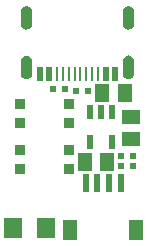
<source format=gbr>
G04 EAGLE Gerber RS-274X export*
G75*
%MOMM*%
%FSLAX34Y34*%
%LPD*%
%INSolderpaste Top*%
%IPPOS*%
%AMOC8*
5,1,8,0,0,1.08239X$1,22.5*%
G01*
%ADD10R,1.240000X1.500000*%
%ADD11R,0.900000X0.900000*%
%ADD12R,0.575000X1.150000*%
%ADD13R,0.275000X1.150000*%
%ADD14R,0.600000X0.600000*%
%ADD15R,0.500000X1.550000*%
%ADD16R,1.200000X1.800000*%
%ADD17R,0.550000X1.200000*%
%ADD18R,0.500000X0.500000*%
%ADD19R,1.500000X1.240000*%
%ADD20R,1.600000X1.800000*%

G36*
X-61861Y173731D02*
X-61861Y173731D01*
X-61861Y173732D01*
X-61860Y173732D01*
X-60786Y174107D01*
X-60786Y174108D01*
X-60785Y174108D01*
X-59822Y174713D01*
X-59822Y174714D01*
X-59821Y174714D01*
X-59017Y175518D01*
X-59017Y175519D01*
X-59016Y175519D01*
X-58411Y176482D01*
X-58411Y176483D01*
X-58410Y176483D01*
X-58035Y177557D01*
X-58035Y177558D01*
X-58034Y177558D01*
X-58033Y177573D01*
X-58032Y177578D01*
X-58032Y177583D01*
X-58031Y177588D01*
X-58030Y177593D01*
X-58030Y177598D01*
X-58029Y177603D01*
X-58029Y177608D01*
X-58026Y177633D01*
X-58025Y177638D01*
X-58025Y177643D01*
X-58024Y177648D01*
X-58024Y177653D01*
X-58023Y177658D01*
X-58023Y177663D01*
X-58022Y177668D01*
X-58019Y177693D01*
X-58019Y177698D01*
X-58018Y177703D01*
X-58018Y177708D01*
X-58017Y177713D01*
X-58016Y177717D01*
X-58016Y177718D01*
X-58016Y177722D01*
X-58016Y177723D01*
X-58015Y177727D01*
X-58013Y177752D01*
X-58012Y177757D01*
X-58011Y177762D01*
X-58011Y177767D01*
X-58010Y177772D01*
X-58010Y177777D01*
X-58009Y177782D01*
X-58009Y177787D01*
X-58006Y177812D01*
X-58005Y177817D01*
X-58005Y177822D01*
X-58004Y177827D01*
X-58004Y177832D01*
X-58003Y177837D01*
X-58002Y177842D01*
X-58002Y177847D01*
X-58000Y177867D01*
X-57999Y177872D01*
X-57999Y177876D01*
X-57999Y177877D01*
X-57998Y177881D01*
X-57998Y177882D01*
X-57997Y177886D01*
X-57997Y177891D01*
X-57996Y177896D01*
X-57996Y177901D01*
X-57995Y177906D01*
X-57993Y177926D01*
X-57992Y177931D01*
X-57992Y177936D01*
X-57991Y177941D01*
X-57991Y177946D01*
X-57990Y177951D01*
X-57990Y177956D01*
X-57989Y177961D01*
X-57988Y177966D01*
X-57986Y177986D01*
X-57986Y177991D01*
X-57985Y177996D01*
X-57985Y178001D01*
X-57984Y178006D01*
X-57983Y178011D01*
X-57983Y178016D01*
X-57982Y178021D01*
X-57982Y178026D01*
X-57980Y178045D01*
X-57979Y178050D01*
X-57978Y178055D01*
X-57978Y178060D01*
X-57977Y178065D01*
X-57977Y178070D01*
X-57976Y178075D01*
X-57976Y178080D01*
X-57975Y178085D01*
X-57973Y178105D01*
X-57972Y178110D01*
X-57972Y178115D01*
X-57971Y178120D01*
X-57971Y178125D01*
X-57970Y178130D01*
X-57969Y178135D01*
X-57969Y178140D01*
X-57968Y178145D01*
X-57966Y178165D01*
X-57966Y178170D01*
X-57965Y178175D01*
X-57964Y178180D01*
X-57964Y178185D01*
X-57963Y178190D01*
X-57963Y178194D01*
X-57963Y178195D01*
X-57962Y178199D01*
X-57962Y178200D01*
X-57962Y178204D01*
X-57959Y178224D01*
X-57959Y178229D01*
X-57958Y178234D01*
X-57958Y178239D01*
X-57957Y178244D01*
X-57957Y178249D01*
X-57956Y178254D01*
X-57955Y178259D01*
X-57955Y178264D01*
X-57953Y178284D01*
X-57952Y178289D01*
X-57952Y178294D01*
X-57951Y178299D01*
X-57950Y178304D01*
X-57950Y178309D01*
X-57949Y178314D01*
X-57949Y178319D01*
X-57948Y178324D01*
X-57946Y178344D01*
X-57945Y178349D01*
X-57945Y178353D01*
X-57945Y178354D01*
X-57944Y178358D01*
X-57944Y178359D01*
X-57944Y178363D01*
X-57943Y178368D01*
X-57943Y178373D01*
X-57942Y178378D01*
X-57941Y178383D01*
X-57939Y178403D01*
X-57939Y178408D01*
X-57938Y178413D01*
X-57938Y178418D01*
X-57937Y178423D01*
X-57936Y178428D01*
X-57936Y178433D01*
X-57935Y178438D01*
X-57935Y178443D01*
X-57933Y178463D01*
X-57932Y178463D01*
X-57932Y178468D01*
X-57931Y178473D01*
X-57931Y178478D01*
X-57930Y178483D01*
X-57930Y178488D01*
X-57929Y178493D01*
X-57929Y178498D01*
X-57928Y178503D01*
X-57926Y178522D01*
X-57925Y178527D01*
X-57925Y178532D01*
X-57924Y178537D01*
X-57924Y178542D01*
X-57923Y178547D01*
X-57922Y178552D01*
X-57922Y178557D01*
X-57919Y178582D01*
X-57919Y178587D01*
X-57918Y178587D01*
X-57919Y178587D01*
X-57918Y178592D01*
X-57917Y178597D01*
X-57917Y178602D01*
X-57916Y178607D01*
X-57916Y178612D01*
X-57915Y178617D01*
X-57912Y178642D01*
X-57912Y178647D01*
X-57911Y178652D01*
X-57911Y178657D01*
X-57910Y178662D01*
X-57910Y178667D01*
X-57909Y178671D01*
X-57909Y178672D01*
X-57908Y178676D01*
X-57908Y178677D01*
X-57907Y178688D01*
X-57907Y178689D01*
X-57907Y188341D01*
X-57907Y188342D01*
X-58034Y189472D01*
X-58035Y189472D01*
X-58035Y189473D01*
X-58410Y190547D01*
X-58411Y190547D01*
X-58411Y190548D01*
X-59016Y191511D01*
X-59017Y191511D01*
X-59017Y191512D01*
X-59821Y192316D01*
X-59822Y192316D01*
X-59822Y192317D01*
X-60785Y192922D01*
X-60786Y192922D01*
X-60786Y192923D01*
X-61860Y193298D01*
X-61861Y193298D01*
X-61861Y193299D01*
X-62991Y193426D01*
X-62992Y193426D01*
X-62993Y193426D01*
X-63227Y193400D01*
X-63580Y193360D01*
X-63932Y193320D01*
X-63933Y193320D01*
X-64066Y193305D01*
X-64067Y193304D01*
X-64068Y193305D01*
X-65088Y192948D01*
X-65088Y192947D01*
X-65089Y192947D01*
X-66004Y192372D01*
X-66005Y192372D01*
X-66769Y191608D01*
X-66769Y191607D01*
X-67344Y190692D01*
X-67344Y190691D01*
X-67345Y190691D01*
X-67702Y189671D01*
X-67701Y189670D01*
X-67702Y189669D01*
X-67703Y189664D01*
X-67703Y189659D01*
X-67704Y189654D01*
X-67706Y189634D01*
X-67707Y189629D01*
X-67707Y189624D01*
X-67708Y189619D01*
X-67708Y189614D01*
X-67709Y189609D01*
X-67709Y189604D01*
X-67710Y189599D01*
X-67713Y189574D01*
X-67713Y189569D01*
X-67714Y189564D01*
X-67714Y189559D01*
X-67715Y189554D01*
X-67715Y189549D01*
X-67716Y189549D01*
X-67715Y189549D01*
X-67716Y189544D01*
X-67717Y189539D01*
X-67719Y189515D01*
X-67720Y189510D01*
X-67721Y189505D01*
X-67721Y189500D01*
X-67722Y189495D01*
X-67722Y189490D01*
X-67723Y189485D01*
X-67723Y189480D01*
X-67726Y189460D01*
X-67726Y189455D01*
X-67727Y189450D01*
X-67727Y189445D01*
X-67728Y189440D01*
X-67728Y189435D01*
X-67729Y189430D01*
X-67729Y189425D01*
X-67730Y189425D01*
X-67729Y189425D01*
X-67730Y189420D01*
X-67732Y189400D01*
X-67733Y189395D01*
X-67733Y189390D01*
X-67734Y189385D01*
X-67735Y189380D01*
X-67735Y189375D01*
X-67736Y189371D01*
X-67736Y189370D01*
X-67736Y189366D01*
X-67736Y189365D01*
X-67737Y189361D01*
X-67739Y189341D01*
X-67740Y189336D01*
X-67740Y189331D01*
X-67741Y189326D01*
X-67741Y189321D01*
X-67742Y189316D01*
X-67742Y189311D01*
X-67743Y189306D01*
X-67743Y189301D01*
X-67744Y189301D01*
X-67743Y189301D01*
X-67746Y189281D01*
X-67746Y189276D01*
X-67747Y189271D01*
X-67747Y189266D01*
X-67748Y189261D01*
X-67749Y189256D01*
X-67749Y189251D01*
X-67750Y189246D01*
X-67752Y189221D01*
X-67753Y189216D01*
X-67754Y189212D01*
X-67754Y189211D01*
X-67754Y189207D01*
X-67754Y189206D01*
X-67755Y189202D01*
X-67755Y189197D01*
X-67756Y189192D01*
X-67756Y189187D01*
X-67759Y189162D01*
X-67760Y189157D01*
X-67760Y189152D01*
X-67761Y189147D01*
X-67761Y189142D01*
X-67762Y189137D01*
X-67763Y189132D01*
X-67763Y189127D01*
X-67765Y189107D01*
X-67766Y189102D01*
X-67766Y189097D01*
X-67767Y189092D01*
X-67768Y189087D01*
X-67768Y189082D01*
X-67769Y189077D01*
X-67769Y189072D01*
X-67770Y189067D01*
X-67772Y189048D01*
X-67772Y189047D01*
X-67773Y189043D01*
X-67773Y189038D01*
X-67774Y189033D01*
X-67774Y189028D01*
X-67775Y189023D01*
X-67775Y189018D01*
X-67776Y189013D01*
X-67777Y189008D01*
X-67779Y188988D01*
X-67779Y188983D01*
X-67780Y188978D01*
X-67780Y188973D01*
X-67781Y188968D01*
X-67782Y188963D01*
X-67782Y188958D01*
X-67783Y188953D01*
X-67783Y188948D01*
X-67785Y188928D01*
X-67786Y188923D01*
X-67787Y188918D01*
X-67787Y188913D01*
X-67788Y188908D01*
X-67788Y188903D01*
X-67789Y188898D01*
X-67789Y188894D01*
X-67789Y188893D01*
X-67792Y188869D01*
X-67793Y188864D01*
X-67793Y188859D01*
X-67794Y188854D01*
X-67794Y188849D01*
X-67795Y188844D01*
X-67796Y188839D01*
X-67796Y188834D01*
X-67799Y188809D01*
X-67799Y188804D01*
X-67800Y188799D01*
X-67801Y188794D01*
X-67801Y188789D01*
X-67802Y188784D01*
X-67802Y188779D01*
X-67803Y188774D01*
X-67805Y188754D01*
X-67806Y188749D01*
X-67806Y188744D01*
X-67807Y188739D01*
X-67807Y188735D01*
X-67807Y188734D01*
X-67808Y188730D01*
X-67808Y188729D01*
X-67808Y188725D01*
X-67809Y188720D01*
X-67810Y188715D01*
X-67812Y188695D01*
X-67812Y188690D01*
X-67813Y188685D01*
X-67813Y188680D01*
X-67814Y188675D01*
X-67815Y188670D01*
X-67815Y188665D01*
X-67816Y188660D01*
X-67816Y188655D01*
X-67818Y188635D01*
X-67819Y188635D01*
X-67819Y188630D01*
X-67820Y188625D01*
X-67820Y188620D01*
X-67821Y188615D01*
X-67821Y188610D01*
X-67822Y188605D01*
X-67822Y188600D01*
X-67823Y188596D01*
X-67823Y188595D01*
X-67823Y178435D01*
X-67823Y178434D01*
X-67702Y177361D01*
X-67701Y177360D01*
X-67702Y177359D01*
X-67345Y176339D01*
X-67344Y176339D01*
X-67344Y176338D01*
X-66769Y175423D01*
X-66005Y174658D01*
X-66004Y174658D01*
X-65089Y174083D01*
X-65088Y174083D01*
X-65088Y174082D01*
X-64068Y173725D01*
X-64067Y173726D01*
X-64066Y173725D01*
X-62993Y173604D01*
X-62992Y173605D01*
X-62991Y173604D01*
X-61861Y173731D01*
G37*
G36*
X-61861Y131821D02*
X-61861Y131821D01*
X-61861Y131822D01*
X-61860Y131822D01*
X-60786Y132197D01*
X-60786Y132198D01*
X-60785Y132198D01*
X-59822Y132803D01*
X-59822Y132804D01*
X-59821Y132804D01*
X-59017Y133608D01*
X-59017Y133609D01*
X-59016Y133609D01*
X-58411Y134572D01*
X-58411Y134573D01*
X-58410Y134573D01*
X-58035Y135647D01*
X-58035Y135648D01*
X-58034Y135648D01*
X-58033Y135663D01*
X-58032Y135668D01*
X-58032Y135673D01*
X-58031Y135678D01*
X-58030Y135683D01*
X-58030Y135688D01*
X-58029Y135693D01*
X-58029Y135698D01*
X-58026Y135723D01*
X-58025Y135728D01*
X-58025Y135733D01*
X-58024Y135738D01*
X-58024Y135743D01*
X-58023Y135748D01*
X-58023Y135753D01*
X-58022Y135758D01*
X-58019Y135783D01*
X-58019Y135788D01*
X-58018Y135793D01*
X-58018Y135798D01*
X-58017Y135803D01*
X-58016Y135807D01*
X-58016Y135808D01*
X-58016Y135812D01*
X-58016Y135813D01*
X-58015Y135817D01*
X-58013Y135842D01*
X-58012Y135847D01*
X-58011Y135852D01*
X-58011Y135857D01*
X-58010Y135862D01*
X-58010Y135867D01*
X-58009Y135872D01*
X-58009Y135877D01*
X-58006Y135902D01*
X-58005Y135907D01*
X-58005Y135912D01*
X-58004Y135917D01*
X-58004Y135922D01*
X-58003Y135927D01*
X-58002Y135932D01*
X-58002Y135937D01*
X-58000Y135957D01*
X-57999Y135962D01*
X-57999Y135966D01*
X-57999Y135967D01*
X-57998Y135971D01*
X-57998Y135972D01*
X-57997Y135976D01*
X-57997Y135981D01*
X-57996Y135986D01*
X-57996Y135991D01*
X-57995Y135996D01*
X-57993Y136016D01*
X-57992Y136021D01*
X-57992Y136026D01*
X-57991Y136031D01*
X-57991Y136036D01*
X-57990Y136041D01*
X-57990Y136046D01*
X-57989Y136051D01*
X-57988Y136056D01*
X-57986Y136076D01*
X-57986Y136081D01*
X-57985Y136086D01*
X-57985Y136091D01*
X-57984Y136096D01*
X-57983Y136101D01*
X-57983Y136106D01*
X-57982Y136111D01*
X-57982Y136116D01*
X-57980Y136135D01*
X-57979Y136140D01*
X-57978Y136145D01*
X-57978Y136150D01*
X-57977Y136155D01*
X-57977Y136160D01*
X-57976Y136165D01*
X-57976Y136170D01*
X-57975Y136175D01*
X-57973Y136195D01*
X-57972Y136200D01*
X-57972Y136205D01*
X-57971Y136210D01*
X-57971Y136215D01*
X-57970Y136220D01*
X-57969Y136225D01*
X-57969Y136230D01*
X-57968Y136235D01*
X-57966Y136255D01*
X-57966Y136260D01*
X-57965Y136265D01*
X-57964Y136270D01*
X-57964Y136275D01*
X-57963Y136280D01*
X-57963Y136284D01*
X-57963Y136285D01*
X-57962Y136289D01*
X-57962Y136290D01*
X-57962Y136294D01*
X-57959Y136314D01*
X-57959Y136319D01*
X-57958Y136324D01*
X-57958Y136329D01*
X-57957Y136334D01*
X-57957Y136339D01*
X-57956Y136344D01*
X-57955Y136349D01*
X-57955Y136354D01*
X-57953Y136374D01*
X-57952Y136379D01*
X-57952Y136384D01*
X-57951Y136389D01*
X-57950Y136394D01*
X-57950Y136399D01*
X-57949Y136404D01*
X-57949Y136409D01*
X-57948Y136414D01*
X-57946Y136434D01*
X-57945Y136439D01*
X-57945Y136443D01*
X-57945Y136444D01*
X-57944Y136448D01*
X-57944Y136449D01*
X-57944Y136453D01*
X-57943Y136458D01*
X-57943Y136463D01*
X-57942Y136468D01*
X-57941Y136473D01*
X-57939Y136493D01*
X-57939Y136498D01*
X-57938Y136503D01*
X-57938Y136508D01*
X-57937Y136513D01*
X-57936Y136518D01*
X-57936Y136523D01*
X-57935Y136528D01*
X-57935Y136533D01*
X-57933Y136553D01*
X-57932Y136553D01*
X-57932Y136558D01*
X-57931Y136563D01*
X-57931Y136568D01*
X-57930Y136573D01*
X-57930Y136578D01*
X-57929Y136583D01*
X-57929Y136588D01*
X-57928Y136593D01*
X-57926Y136612D01*
X-57925Y136617D01*
X-57925Y136622D01*
X-57924Y136627D01*
X-57924Y136632D01*
X-57923Y136637D01*
X-57922Y136642D01*
X-57922Y136647D01*
X-57919Y136672D01*
X-57919Y136677D01*
X-57918Y136677D01*
X-57919Y136677D01*
X-57918Y136682D01*
X-57917Y136687D01*
X-57917Y136692D01*
X-57916Y136697D01*
X-57916Y136702D01*
X-57915Y136707D01*
X-57912Y136732D01*
X-57912Y136737D01*
X-57911Y136742D01*
X-57911Y136747D01*
X-57910Y136752D01*
X-57910Y136757D01*
X-57909Y136761D01*
X-57909Y136762D01*
X-57908Y136766D01*
X-57908Y136767D01*
X-57907Y136778D01*
X-57907Y136779D01*
X-57907Y146431D01*
X-57907Y146432D01*
X-58034Y147562D01*
X-58035Y147562D01*
X-58035Y147563D01*
X-58410Y148637D01*
X-58411Y148637D01*
X-58411Y148638D01*
X-59016Y149601D01*
X-59017Y149601D01*
X-59017Y149602D01*
X-59821Y150406D01*
X-59822Y150406D01*
X-59822Y150407D01*
X-60785Y151012D01*
X-60786Y151012D01*
X-60786Y151013D01*
X-61860Y151388D01*
X-61861Y151388D01*
X-61861Y151389D01*
X-62991Y151516D01*
X-62992Y151516D01*
X-62993Y151516D01*
X-63227Y151490D01*
X-63580Y151450D01*
X-63932Y151410D01*
X-63933Y151410D01*
X-64066Y151395D01*
X-64067Y151394D01*
X-64068Y151395D01*
X-65088Y151038D01*
X-65088Y151037D01*
X-65089Y151037D01*
X-66004Y150462D01*
X-66005Y150462D01*
X-66769Y149698D01*
X-66769Y149697D01*
X-67344Y148782D01*
X-67344Y148781D01*
X-67345Y148781D01*
X-67702Y147761D01*
X-67701Y147760D01*
X-67702Y147759D01*
X-67703Y147754D01*
X-67703Y147749D01*
X-67704Y147744D01*
X-67706Y147724D01*
X-67707Y147719D01*
X-67707Y147714D01*
X-67708Y147709D01*
X-67708Y147704D01*
X-67709Y147699D01*
X-67709Y147694D01*
X-67710Y147689D01*
X-67713Y147664D01*
X-67713Y147659D01*
X-67714Y147654D01*
X-67714Y147649D01*
X-67715Y147644D01*
X-67715Y147639D01*
X-67716Y147639D01*
X-67715Y147639D01*
X-67716Y147634D01*
X-67717Y147629D01*
X-67719Y147605D01*
X-67720Y147600D01*
X-67721Y147595D01*
X-67721Y147590D01*
X-67722Y147585D01*
X-67722Y147580D01*
X-67723Y147575D01*
X-67723Y147570D01*
X-67726Y147550D01*
X-67726Y147545D01*
X-67727Y147540D01*
X-67727Y147535D01*
X-67728Y147530D01*
X-67728Y147525D01*
X-67729Y147520D01*
X-67729Y147515D01*
X-67730Y147515D01*
X-67729Y147515D01*
X-67730Y147510D01*
X-67732Y147490D01*
X-67733Y147485D01*
X-67733Y147480D01*
X-67734Y147475D01*
X-67735Y147470D01*
X-67735Y147465D01*
X-67736Y147461D01*
X-67736Y147460D01*
X-67736Y147456D01*
X-67736Y147455D01*
X-67737Y147451D01*
X-67739Y147431D01*
X-67740Y147426D01*
X-67740Y147421D01*
X-67741Y147416D01*
X-67741Y147411D01*
X-67742Y147406D01*
X-67742Y147401D01*
X-67743Y147396D01*
X-67743Y147391D01*
X-67744Y147391D01*
X-67743Y147391D01*
X-67746Y147371D01*
X-67746Y147366D01*
X-67747Y147361D01*
X-67747Y147356D01*
X-67748Y147351D01*
X-67749Y147346D01*
X-67749Y147341D01*
X-67750Y147336D01*
X-67752Y147311D01*
X-67753Y147306D01*
X-67754Y147302D01*
X-67754Y147301D01*
X-67754Y147297D01*
X-67754Y147296D01*
X-67755Y147292D01*
X-67755Y147287D01*
X-67756Y147282D01*
X-67756Y147277D01*
X-67759Y147252D01*
X-67760Y147247D01*
X-67760Y147242D01*
X-67761Y147237D01*
X-67761Y147232D01*
X-67762Y147227D01*
X-67763Y147222D01*
X-67763Y147217D01*
X-67765Y147197D01*
X-67766Y147192D01*
X-67766Y147187D01*
X-67767Y147182D01*
X-67768Y147177D01*
X-67768Y147172D01*
X-67769Y147167D01*
X-67769Y147162D01*
X-67770Y147157D01*
X-67772Y147138D01*
X-67772Y147137D01*
X-67773Y147133D01*
X-67773Y147128D01*
X-67774Y147123D01*
X-67774Y147118D01*
X-67775Y147113D01*
X-67775Y147108D01*
X-67776Y147103D01*
X-67777Y147098D01*
X-67779Y147078D01*
X-67779Y147073D01*
X-67780Y147068D01*
X-67780Y147063D01*
X-67781Y147058D01*
X-67782Y147053D01*
X-67782Y147048D01*
X-67783Y147043D01*
X-67783Y147038D01*
X-67785Y147018D01*
X-67786Y147013D01*
X-67787Y147008D01*
X-67787Y147003D01*
X-67788Y146998D01*
X-67788Y146993D01*
X-67789Y146988D01*
X-67789Y146984D01*
X-67789Y146983D01*
X-67792Y146959D01*
X-67793Y146954D01*
X-67793Y146949D01*
X-67794Y146944D01*
X-67794Y146939D01*
X-67795Y146934D01*
X-67796Y146929D01*
X-67796Y146924D01*
X-67799Y146899D01*
X-67799Y146894D01*
X-67800Y146889D01*
X-67801Y146884D01*
X-67801Y146879D01*
X-67802Y146874D01*
X-67802Y146869D01*
X-67803Y146864D01*
X-67805Y146844D01*
X-67806Y146839D01*
X-67806Y146834D01*
X-67807Y146829D01*
X-67807Y146825D01*
X-67807Y146824D01*
X-67808Y146820D01*
X-67808Y146819D01*
X-67808Y146815D01*
X-67809Y146810D01*
X-67810Y146805D01*
X-67812Y146785D01*
X-67812Y146780D01*
X-67813Y146775D01*
X-67813Y146770D01*
X-67814Y146765D01*
X-67815Y146760D01*
X-67815Y146755D01*
X-67816Y146750D01*
X-67816Y146745D01*
X-67818Y146725D01*
X-67819Y146725D01*
X-67819Y146720D01*
X-67820Y146715D01*
X-67820Y146710D01*
X-67821Y146705D01*
X-67821Y146700D01*
X-67822Y146695D01*
X-67822Y146690D01*
X-67823Y146686D01*
X-67823Y146685D01*
X-67823Y136525D01*
X-67823Y136524D01*
X-67702Y135451D01*
X-67701Y135450D01*
X-67702Y135449D01*
X-67345Y134429D01*
X-67344Y134429D01*
X-67344Y134428D01*
X-66769Y133513D01*
X-66005Y132748D01*
X-66004Y132748D01*
X-65089Y132173D01*
X-65088Y132173D01*
X-65088Y132172D01*
X-64068Y131815D01*
X-64067Y131816D01*
X-64066Y131815D01*
X-62993Y131694D01*
X-62992Y131695D01*
X-62991Y131694D01*
X-61861Y131821D01*
G37*
G36*
X24499Y173731D02*
X24499Y173731D01*
X24499Y173732D01*
X24500Y173732D01*
X25574Y174107D01*
X25574Y174108D01*
X25575Y174108D01*
X26538Y174713D01*
X26538Y174714D01*
X26539Y174714D01*
X27343Y175518D01*
X27343Y175519D01*
X27344Y175519D01*
X27949Y176482D01*
X27949Y176483D01*
X27950Y176483D01*
X28325Y177557D01*
X28325Y177558D01*
X28326Y177558D01*
X28327Y177573D01*
X28328Y177578D01*
X28328Y177583D01*
X28329Y177588D01*
X28330Y177593D01*
X28330Y177598D01*
X28331Y177603D01*
X28331Y177608D01*
X28334Y177633D01*
X28335Y177638D01*
X28335Y177643D01*
X28336Y177648D01*
X28336Y177653D01*
X28337Y177658D01*
X28337Y177663D01*
X28338Y177668D01*
X28341Y177693D01*
X28341Y177698D01*
X28342Y177703D01*
X28342Y177708D01*
X28343Y177713D01*
X28344Y177717D01*
X28344Y177718D01*
X28344Y177722D01*
X28344Y177723D01*
X28345Y177727D01*
X28347Y177752D01*
X28348Y177757D01*
X28349Y177762D01*
X28349Y177767D01*
X28350Y177772D01*
X28350Y177777D01*
X28351Y177782D01*
X28351Y177787D01*
X28354Y177812D01*
X28355Y177817D01*
X28355Y177822D01*
X28356Y177827D01*
X28356Y177832D01*
X28357Y177837D01*
X28358Y177842D01*
X28358Y177847D01*
X28360Y177867D01*
X28361Y177872D01*
X28361Y177876D01*
X28361Y177877D01*
X28362Y177881D01*
X28362Y177882D01*
X28363Y177886D01*
X28363Y177891D01*
X28364Y177896D01*
X28364Y177901D01*
X28365Y177906D01*
X28367Y177926D01*
X28368Y177931D01*
X28368Y177936D01*
X28369Y177941D01*
X28369Y177946D01*
X28370Y177951D01*
X28370Y177956D01*
X28371Y177961D01*
X28372Y177966D01*
X28374Y177986D01*
X28374Y177991D01*
X28375Y177996D01*
X28375Y178001D01*
X28376Y178006D01*
X28377Y178011D01*
X28377Y178016D01*
X28378Y178021D01*
X28378Y178026D01*
X28380Y178045D01*
X28381Y178045D01*
X28381Y178050D01*
X28382Y178055D01*
X28382Y178060D01*
X28383Y178065D01*
X28383Y178070D01*
X28384Y178075D01*
X28384Y178080D01*
X28385Y178085D01*
X28387Y178105D01*
X28388Y178110D01*
X28388Y178115D01*
X28389Y178120D01*
X28389Y178125D01*
X28390Y178130D01*
X28391Y178135D01*
X28391Y178140D01*
X28392Y178145D01*
X28394Y178165D01*
X28394Y178170D01*
X28395Y178170D01*
X28394Y178170D01*
X28395Y178175D01*
X28396Y178180D01*
X28396Y178185D01*
X28397Y178190D01*
X28397Y178194D01*
X28397Y178195D01*
X28398Y178199D01*
X28398Y178200D01*
X28398Y178204D01*
X28401Y178224D01*
X28401Y178229D01*
X28402Y178234D01*
X28402Y178239D01*
X28403Y178244D01*
X28403Y178249D01*
X28404Y178254D01*
X28405Y178259D01*
X28405Y178264D01*
X28407Y178284D01*
X28408Y178289D01*
X28408Y178294D01*
X28409Y178294D01*
X28408Y178294D01*
X28409Y178299D01*
X28410Y178304D01*
X28410Y178309D01*
X28411Y178314D01*
X28411Y178319D01*
X28412Y178324D01*
X28414Y178344D01*
X28415Y178349D01*
X28415Y178353D01*
X28415Y178354D01*
X28416Y178358D01*
X28416Y178359D01*
X28416Y178363D01*
X28417Y178368D01*
X28417Y178373D01*
X28418Y178378D01*
X28419Y178383D01*
X28421Y178403D01*
X28421Y178408D01*
X28422Y178413D01*
X28422Y178418D01*
X28423Y178418D01*
X28422Y178418D01*
X28423Y178423D01*
X28424Y178428D01*
X28424Y178433D01*
X28425Y178438D01*
X28425Y178443D01*
X28428Y178463D01*
X28428Y178468D01*
X28429Y178473D01*
X28429Y178478D01*
X28430Y178483D01*
X28430Y178488D01*
X28431Y178493D01*
X28431Y178498D01*
X28432Y178503D01*
X28434Y178522D01*
X28435Y178527D01*
X28435Y178532D01*
X28436Y178537D01*
X28436Y178542D01*
X28437Y178542D01*
X28436Y178542D01*
X28437Y178547D01*
X28438Y178552D01*
X28438Y178557D01*
X28441Y178582D01*
X28442Y178587D01*
X28442Y178592D01*
X28443Y178597D01*
X28443Y178602D01*
X28444Y178607D01*
X28444Y178612D01*
X28445Y178617D01*
X28448Y178642D01*
X28448Y178647D01*
X28449Y178652D01*
X28449Y178657D01*
X28450Y178662D01*
X28450Y178667D01*
X28451Y178667D01*
X28450Y178667D01*
X28451Y178671D01*
X28451Y178672D01*
X28452Y178676D01*
X28452Y178677D01*
X28453Y178688D01*
X28453Y178689D01*
X28453Y188341D01*
X28453Y188342D01*
X28326Y189472D01*
X28325Y189472D01*
X28325Y189473D01*
X27950Y190547D01*
X27949Y190547D01*
X27949Y190548D01*
X27344Y191511D01*
X27343Y191511D01*
X27343Y191512D01*
X26539Y192316D01*
X26538Y192316D01*
X26538Y192317D01*
X25575Y192922D01*
X25574Y192922D01*
X25574Y192923D01*
X24500Y193298D01*
X24499Y193298D01*
X24499Y193299D01*
X23369Y193426D01*
X23368Y193426D01*
X23367Y193426D01*
X23133Y193400D01*
X22780Y193360D01*
X22428Y193320D01*
X22294Y193305D01*
X22293Y193304D01*
X22292Y193305D01*
X21272Y192948D01*
X21272Y192947D01*
X21271Y192947D01*
X20356Y192372D01*
X19591Y191608D01*
X19591Y191607D01*
X19016Y190692D01*
X19016Y190691D01*
X19015Y190691D01*
X18658Y189671D01*
X18659Y189670D01*
X18658Y189669D01*
X18657Y189664D01*
X18657Y189659D01*
X18656Y189654D01*
X18654Y189634D01*
X18654Y189629D01*
X18653Y189629D01*
X18654Y189629D01*
X18653Y189624D01*
X18652Y189619D01*
X18652Y189614D01*
X18651Y189609D01*
X18651Y189604D01*
X18650Y189599D01*
X18647Y189574D01*
X18647Y189569D01*
X18646Y189564D01*
X18646Y189559D01*
X18645Y189554D01*
X18645Y189549D01*
X18644Y189544D01*
X18643Y189539D01*
X18641Y189515D01*
X18640Y189510D01*
X18640Y189505D01*
X18639Y189505D01*
X18640Y189505D01*
X18639Y189500D01*
X18638Y189495D01*
X18638Y189490D01*
X18637Y189485D01*
X18637Y189480D01*
X18634Y189460D01*
X18634Y189455D01*
X18633Y189450D01*
X18633Y189445D01*
X18632Y189440D01*
X18632Y189435D01*
X18631Y189430D01*
X18631Y189425D01*
X18630Y189420D01*
X18628Y189400D01*
X18627Y189395D01*
X18627Y189390D01*
X18626Y189385D01*
X18626Y189380D01*
X18625Y189380D01*
X18626Y189380D01*
X18625Y189375D01*
X18624Y189371D01*
X18624Y189370D01*
X18624Y189366D01*
X18624Y189365D01*
X18623Y189361D01*
X18621Y189341D01*
X18620Y189336D01*
X18620Y189331D01*
X18619Y189326D01*
X18619Y189321D01*
X18618Y189316D01*
X18618Y189311D01*
X18617Y189306D01*
X18617Y189301D01*
X18614Y189281D01*
X18614Y189276D01*
X18613Y189271D01*
X18613Y189266D01*
X18612Y189261D01*
X18612Y189256D01*
X18611Y189256D01*
X18612Y189256D01*
X18611Y189251D01*
X18610Y189246D01*
X18608Y189221D01*
X18607Y189216D01*
X18606Y189212D01*
X18606Y189211D01*
X18606Y189207D01*
X18606Y189206D01*
X18605Y189202D01*
X18605Y189197D01*
X18604Y189192D01*
X18604Y189187D01*
X18601Y189162D01*
X18600Y189157D01*
X18600Y189152D01*
X18599Y189147D01*
X18599Y189142D01*
X18598Y189137D01*
X18598Y189132D01*
X18597Y189132D01*
X18598Y189132D01*
X18597Y189127D01*
X18595Y189107D01*
X18594Y189102D01*
X18594Y189097D01*
X18593Y189092D01*
X18592Y189087D01*
X18592Y189082D01*
X18591Y189077D01*
X18591Y189072D01*
X18590Y189067D01*
X18588Y189048D01*
X18588Y189047D01*
X18587Y189043D01*
X18587Y189038D01*
X18586Y189033D01*
X18586Y189028D01*
X18585Y189023D01*
X18585Y189018D01*
X18584Y189013D01*
X18584Y189008D01*
X18583Y189008D01*
X18584Y189008D01*
X18581Y188988D01*
X18581Y188983D01*
X18580Y188978D01*
X18580Y188973D01*
X18579Y188968D01*
X18578Y188963D01*
X18578Y188958D01*
X18577Y188953D01*
X18577Y188948D01*
X18575Y188928D01*
X18574Y188923D01*
X18573Y188918D01*
X18573Y188913D01*
X18572Y188908D01*
X18572Y188903D01*
X18571Y188898D01*
X18571Y188894D01*
X18571Y188893D01*
X18568Y188869D01*
X18567Y188864D01*
X18567Y188859D01*
X18566Y188854D01*
X18566Y188849D01*
X18565Y188844D01*
X18564Y188839D01*
X18564Y188834D01*
X18561Y188809D01*
X18561Y188804D01*
X18560Y188799D01*
X18559Y188794D01*
X18559Y188789D01*
X18558Y188784D01*
X18558Y188779D01*
X18557Y188774D01*
X18555Y188754D01*
X18554Y188749D01*
X18554Y188744D01*
X18553Y188739D01*
X18553Y188735D01*
X18553Y188734D01*
X18552Y188730D01*
X18552Y188729D01*
X18552Y188725D01*
X18551Y188720D01*
X18550Y188715D01*
X18548Y188695D01*
X18548Y188690D01*
X18547Y188685D01*
X18547Y188680D01*
X18546Y188675D01*
X18545Y188670D01*
X18545Y188665D01*
X18544Y188660D01*
X18544Y188655D01*
X18542Y188635D01*
X18541Y188630D01*
X18540Y188625D01*
X18540Y188620D01*
X18539Y188615D01*
X18539Y188610D01*
X18538Y188605D01*
X18538Y188600D01*
X18537Y188596D01*
X18537Y188595D01*
X18537Y178435D01*
X18537Y178434D01*
X18658Y177361D01*
X18659Y177360D01*
X18658Y177359D01*
X19015Y176339D01*
X19016Y176339D01*
X19016Y176338D01*
X19591Y175423D01*
X20356Y174658D01*
X21271Y174083D01*
X21272Y174083D01*
X21272Y174082D01*
X22292Y173725D01*
X22293Y173726D01*
X22294Y173725D01*
X23367Y173604D01*
X23368Y173605D01*
X23369Y173604D01*
X24499Y173731D01*
G37*
G36*
X24626Y131948D02*
X24626Y131948D01*
X24626Y131949D01*
X24627Y131949D01*
X25701Y132324D01*
X25701Y132325D01*
X25702Y132325D01*
X26665Y132930D01*
X26665Y132931D01*
X26666Y132931D01*
X27470Y133735D01*
X27470Y133736D01*
X27471Y133736D01*
X28076Y134699D01*
X28076Y134700D01*
X28077Y134700D01*
X28452Y135774D01*
X28452Y135775D01*
X28453Y135775D01*
X28454Y135790D01*
X28455Y135795D01*
X28455Y135800D01*
X28456Y135805D01*
X28457Y135810D01*
X28457Y135815D01*
X28458Y135820D01*
X28458Y135825D01*
X28461Y135850D01*
X28462Y135855D01*
X28462Y135860D01*
X28463Y135865D01*
X28463Y135870D01*
X28464Y135875D01*
X28464Y135880D01*
X28465Y135885D01*
X28468Y135910D01*
X28468Y135915D01*
X28469Y135920D01*
X28469Y135925D01*
X28470Y135930D01*
X28471Y135934D01*
X28471Y135935D01*
X28471Y135939D01*
X28471Y135940D01*
X28472Y135944D01*
X28474Y135969D01*
X28475Y135974D01*
X28476Y135979D01*
X28476Y135984D01*
X28477Y135989D01*
X28477Y135994D01*
X28478Y135999D01*
X28478Y136004D01*
X28481Y136029D01*
X28482Y136034D01*
X28482Y136039D01*
X28483Y136044D01*
X28483Y136049D01*
X28484Y136054D01*
X28485Y136059D01*
X28485Y136064D01*
X28487Y136084D01*
X28488Y136089D01*
X28488Y136093D01*
X28488Y136094D01*
X28489Y136098D01*
X28489Y136099D01*
X28490Y136103D01*
X28490Y136108D01*
X28491Y136113D01*
X28491Y136118D01*
X28492Y136123D01*
X28494Y136143D01*
X28495Y136148D01*
X28495Y136153D01*
X28496Y136158D01*
X28496Y136163D01*
X28497Y136168D01*
X28497Y136173D01*
X28498Y136178D01*
X28499Y136183D01*
X28501Y136203D01*
X28501Y136208D01*
X28502Y136213D01*
X28502Y136218D01*
X28503Y136223D01*
X28504Y136228D01*
X28504Y136233D01*
X28505Y136238D01*
X28505Y136243D01*
X28507Y136262D01*
X28508Y136262D01*
X28508Y136267D01*
X28509Y136272D01*
X28509Y136277D01*
X28510Y136282D01*
X28510Y136287D01*
X28511Y136292D01*
X28511Y136297D01*
X28512Y136302D01*
X28514Y136322D01*
X28515Y136327D01*
X28515Y136332D01*
X28516Y136337D01*
X28516Y136342D01*
X28517Y136347D01*
X28518Y136352D01*
X28518Y136357D01*
X28519Y136362D01*
X28521Y136382D01*
X28521Y136387D01*
X28522Y136387D01*
X28521Y136387D01*
X28522Y136392D01*
X28523Y136397D01*
X28523Y136402D01*
X28524Y136407D01*
X28524Y136411D01*
X28524Y136412D01*
X28525Y136416D01*
X28525Y136417D01*
X28525Y136421D01*
X28528Y136441D01*
X28528Y136446D01*
X28529Y136451D01*
X28529Y136456D01*
X28530Y136461D01*
X28530Y136466D01*
X28531Y136471D01*
X28532Y136476D01*
X28532Y136481D01*
X28534Y136501D01*
X28535Y136506D01*
X28535Y136511D01*
X28536Y136511D01*
X28535Y136511D01*
X28536Y136516D01*
X28537Y136521D01*
X28537Y136526D01*
X28538Y136531D01*
X28538Y136536D01*
X28539Y136541D01*
X28541Y136561D01*
X28542Y136566D01*
X28542Y136570D01*
X28542Y136571D01*
X28543Y136575D01*
X28543Y136576D01*
X28543Y136580D01*
X28544Y136585D01*
X28544Y136590D01*
X28545Y136595D01*
X28546Y136600D01*
X28548Y136620D01*
X28548Y136625D01*
X28549Y136630D01*
X28549Y136635D01*
X28550Y136635D01*
X28549Y136635D01*
X28550Y136640D01*
X28551Y136645D01*
X28551Y136650D01*
X28552Y136655D01*
X28552Y136660D01*
X28555Y136680D01*
X28555Y136685D01*
X28556Y136690D01*
X28556Y136695D01*
X28557Y136700D01*
X28557Y136705D01*
X28558Y136710D01*
X28558Y136715D01*
X28559Y136720D01*
X28561Y136739D01*
X28562Y136744D01*
X28562Y136749D01*
X28563Y136754D01*
X28563Y136759D01*
X28564Y136759D01*
X28563Y136759D01*
X28564Y136764D01*
X28565Y136769D01*
X28565Y136774D01*
X28568Y136799D01*
X28569Y136804D01*
X28569Y136809D01*
X28570Y136814D01*
X28570Y136819D01*
X28571Y136824D01*
X28571Y136829D01*
X28572Y136834D01*
X28575Y136859D01*
X28575Y136864D01*
X28576Y136869D01*
X28576Y136874D01*
X28577Y136879D01*
X28577Y136884D01*
X28578Y136884D01*
X28577Y136884D01*
X28578Y136888D01*
X28578Y136889D01*
X28579Y136893D01*
X28579Y136894D01*
X28580Y136905D01*
X28580Y136906D01*
X28580Y146558D01*
X28580Y146559D01*
X28453Y147689D01*
X28452Y147689D01*
X28452Y147690D01*
X28077Y148764D01*
X28076Y148764D01*
X28076Y148765D01*
X27471Y149728D01*
X27470Y149728D01*
X27470Y149729D01*
X26666Y150533D01*
X26665Y150533D01*
X26665Y150534D01*
X25702Y151139D01*
X25701Y151139D01*
X25701Y151140D01*
X24627Y151515D01*
X24626Y151515D01*
X24626Y151516D01*
X23496Y151643D01*
X23495Y151643D01*
X23494Y151643D01*
X23260Y151617D01*
X22907Y151577D01*
X22555Y151537D01*
X22421Y151522D01*
X22420Y151521D01*
X22419Y151522D01*
X21399Y151165D01*
X21399Y151164D01*
X21398Y151164D01*
X20483Y150589D01*
X19718Y149825D01*
X19718Y149824D01*
X19143Y148909D01*
X19143Y148908D01*
X19142Y148908D01*
X18785Y147888D01*
X18786Y147887D01*
X18785Y147886D01*
X18784Y147881D01*
X18784Y147876D01*
X18783Y147871D01*
X18781Y147851D01*
X18781Y147846D01*
X18780Y147846D01*
X18781Y147846D01*
X18780Y147841D01*
X18779Y147836D01*
X18779Y147831D01*
X18778Y147826D01*
X18778Y147821D01*
X18777Y147816D01*
X18774Y147791D01*
X18774Y147786D01*
X18773Y147781D01*
X18773Y147776D01*
X18772Y147771D01*
X18772Y147766D01*
X18771Y147761D01*
X18770Y147756D01*
X18768Y147732D01*
X18767Y147727D01*
X18767Y147722D01*
X18766Y147722D01*
X18767Y147722D01*
X18766Y147717D01*
X18765Y147712D01*
X18765Y147707D01*
X18764Y147702D01*
X18764Y147697D01*
X18761Y147677D01*
X18761Y147672D01*
X18760Y147667D01*
X18760Y147662D01*
X18759Y147657D01*
X18759Y147652D01*
X18758Y147647D01*
X18758Y147642D01*
X18757Y147637D01*
X18755Y147617D01*
X18754Y147612D01*
X18754Y147607D01*
X18753Y147602D01*
X18753Y147597D01*
X18752Y147597D01*
X18753Y147597D01*
X18752Y147592D01*
X18751Y147588D01*
X18751Y147587D01*
X18751Y147583D01*
X18751Y147582D01*
X18750Y147578D01*
X18748Y147558D01*
X18747Y147553D01*
X18747Y147548D01*
X18746Y147543D01*
X18746Y147538D01*
X18745Y147533D01*
X18745Y147528D01*
X18744Y147523D01*
X18744Y147518D01*
X18741Y147498D01*
X18741Y147493D01*
X18740Y147488D01*
X18740Y147483D01*
X18739Y147478D01*
X18739Y147473D01*
X18738Y147473D01*
X18739Y147473D01*
X18738Y147468D01*
X18737Y147463D01*
X18735Y147438D01*
X18734Y147433D01*
X18733Y147429D01*
X18733Y147428D01*
X18733Y147424D01*
X18733Y147423D01*
X18732Y147419D01*
X18732Y147414D01*
X18731Y147409D01*
X18731Y147404D01*
X18728Y147379D01*
X18727Y147374D01*
X18727Y147369D01*
X18726Y147364D01*
X18726Y147359D01*
X18725Y147354D01*
X18725Y147349D01*
X18724Y147349D01*
X18725Y147349D01*
X18724Y147344D01*
X18722Y147324D01*
X18721Y147319D01*
X18721Y147314D01*
X18720Y147309D01*
X18719Y147304D01*
X18719Y147299D01*
X18718Y147294D01*
X18718Y147289D01*
X18717Y147284D01*
X18715Y147265D01*
X18715Y147264D01*
X18714Y147260D01*
X18714Y147255D01*
X18713Y147250D01*
X18713Y147245D01*
X18712Y147240D01*
X18712Y147235D01*
X18711Y147230D01*
X18711Y147225D01*
X18710Y147225D01*
X18711Y147225D01*
X18708Y147205D01*
X18708Y147200D01*
X18707Y147195D01*
X18707Y147190D01*
X18706Y147185D01*
X18705Y147180D01*
X18705Y147175D01*
X18704Y147170D01*
X18704Y147165D01*
X18702Y147145D01*
X18701Y147140D01*
X18700Y147135D01*
X18700Y147130D01*
X18699Y147125D01*
X18699Y147120D01*
X18698Y147115D01*
X18698Y147111D01*
X18698Y147110D01*
X18695Y147086D01*
X18694Y147081D01*
X18694Y147076D01*
X18693Y147071D01*
X18693Y147066D01*
X18692Y147061D01*
X18691Y147056D01*
X18691Y147051D01*
X18688Y147026D01*
X18688Y147021D01*
X18687Y147016D01*
X18686Y147011D01*
X18686Y147006D01*
X18685Y147001D01*
X18685Y146996D01*
X18684Y146991D01*
X18682Y146971D01*
X18681Y146966D01*
X18681Y146961D01*
X18680Y146956D01*
X18680Y146952D01*
X18680Y146951D01*
X18679Y146947D01*
X18679Y146946D01*
X18679Y146942D01*
X18678Y146937D01*
X18677Y146932D01*
X18675Y146912D01*
X18675Y146907D01*
X18674Y146902D01*
X18674Y146897D01*
X18673Y146892D01*
X18672Y146887D01*
X18672Y146882D01*
X18671Y146877D01*
X18671Y146872D01*
X18669Y146852D01*
X18668Y146847D01*
X18667Y146842D01*
X18667Y146837D01*
X18666Y146832D01*
X18666Y146827D01*
X18665Y146822D01*
X18665Y146817D01*
X18664Y146813D01*
X18664Y146812D01*
X18664Y136652D01*
X18664Y136651D01*
X18785Y135578D01*
X18786Y135577D01*
X18785Y135576D01*
X19142Y134556D01*
X19143Y134556D01*
X19143Y134555D01*
X19718Y133640D01*
X20483Y132875D01*
X21398Y132300D01*
X21399Y132300D01*
X21399Y132299D01*
X22419Y131942D01*
X22420Y131943D01*
X22421Y131942D01*
X23494Y131821D01*
X23495Y131822D01*
X23496Y131821D01*
X24626Y131948D01*
G37*
D10*
X5436Y61722D03*
X-13564Y61722D03*
X20295Y119761D03*
X1295Y119761D03*
D11*
X-68125Y55500D03*
X-68125Y71500D03*
X-27125Y71500D03*
X-27125Y55500D03*
D12*
X12315Y136000D03*
X4315Y136000D03*
D13*
X-2185Y136000D03*
X-7185Y136000D03*
X-12185Y136000D03*
X-17185Y136000D03*
X-22185Y136000D03*
X-27185Y136000D03*
X-32185Y136000D03*
X-37185Y136000D03*
D12*
X-43685Y136000D03*
X-51685Y136000D03*
D14*
X-40640Y123444D03*
X-30480Y123444D03*
X-20955Y121666D03*
X-10795Y121666D03*
D15*
X-2841Y43301D03*
X7159Y43301D03*
X-12841Y43301D03*
X17159Y43301D03*
D16*
X-25841Y4301D03*
X30159Y4301D03*
D17*
X9500Y104060D03*
X0Y104060D03*
X-9500Y104060D03*
X-9500Y78058D03*
X9500Y78058D03*
D18*
X27352Y57857D03*
X27352Y66857D03*
X17352Y66857D03*
X17352Y57857D03*
D19*
X25654Y80924D03*
X25654Y99924D03*
D20*
X-46325Y5715D03*
X-74325Y5715D03*
D11*
X-68125Y94870D03*
X-68125Y110870D03*
X-27125Y110870D03*
X-27125Y94870D03*
M02*

</source>
